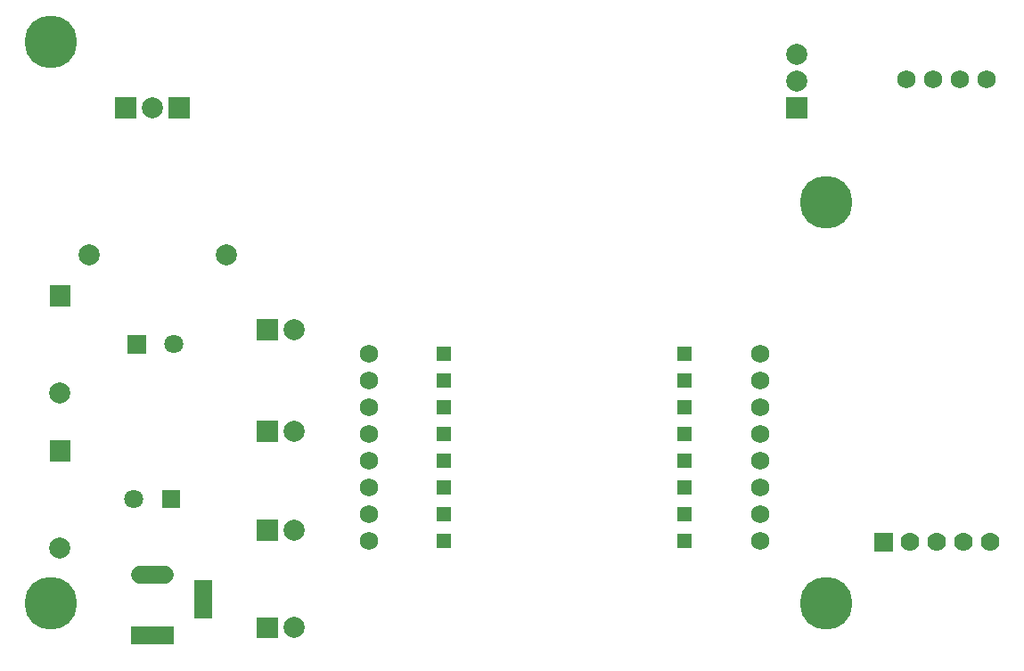
<source format=gbs>
G04 Layer: BottomSolderMaskLayer*
G04 EasyEDA v6.3.53, 2020-08-15T11:31:24+02:00*
G04 Gerber Generator version 0.2*
G04 Scale: 100 percent, Rotated: No, Reflected: No *
G04 Dimensions in millimeters *
G04 leading zeros omitted , absolute positions ,3 integer and 3 decimal *
%FSLAX33Y33*%
%MOMM*%
G90*
G71D02*

%ADD16C,4.999990*%
%ADD31C,1.703197*%
%ADD32C,2.003196*%
%ADD36C,1.727200*%
%ADD37C,1.778000*%
%ADD39R,1.803197X1.803197*%
%ADD40C,1.803197*%

%LPD*%
G54D31*
G01X13975Y10062D02*
G01X16275Y10062D01*
G54D16*
G01X5461Y7289D03*
G01X5461Y60629D03*
G01X79121Y7289D03*
G01X79121Y45389D03*
G54D32*
G01X28575Y14274D03*
G36*
G01X25034Y13274D02*
G01X25034Y15275D01*
G01X27035Y15275D01*
G01X27035Y13274D01*
G01X25034Y13274D01*
G37*
G01X28575Y5003D03*
G36*
G01X25034Y4003D02*
G01X25034Y6004D01*
G01X27035Y6004D01*
G01X27035Y4003D01*
G01X25034Y4003D01*
G37*
G01X28575Y23672D03*
G36*
G01X25034Y22672D02*
G01X25034Y24673D01*
G01X27035Y24673D01*
G01X27035Y22672D01*
G01X25034Y22672D01*
G37*
G01X28575Y33324D03*
G36*
G01X25034Y32324D02*
G01X25034Y34325D01*
G01X27035Y34325D01*
G01X27035Y32324D01*
G01X25034Y32324D01*
G37*
G36*
G01X13124Y3411D02*
G01X13124Y5115D01*
G01X17127Y5115D01*
G01X17127Y3411D01*
G01X13124Y3411D01*
G37*
G36*
G01X19075Y5882D02*
G01X19075Y9486D01*
G01X20777Y9486D01*
G01X20777Y5882D01*
G01X19075Y5882D01*
G37*
G54D36*
G01X35687Y31038D03*
G01X35687Y28498D03*
G01X35687Y25958D03*
G01X35687Y23418D03*
G01X35687Y20878D03*
G01X35687Y18338D03*
G01X35687Y15798D03*
G01X35687Y13258D03*
G01X72898Y13258D03*
G01X72898Y15798D03*
G01X72898Y18338D03*
G01X72898Y20878D03*
G01X72898Y23418D03*
G01X72898Y25958D03*
G01X72898Y28498D03*
G01X72898Y31038D03*
G01X86741Y57073D03*
G01X89281Y57073D03*
G01X91821Y57073D03*
G01X94361Y57073D03*
G54D32*
G01X6350Y27327D03*
G36*
G01X5349Y35526D02*
G01X5349Y37528D01*
G01X7350Y37528D01*
G01X7350Y35526D01*
G01X5349Y35526D01*
G37*
G36*
G01X5349Y20794D02*
G01X5349Y22796D01*
G01X7350Y22796D01*
G01X7350Y20794D01*
G01X5349Y20794D01*
G37*
G01X6350Y12595D03*
G54D37*
G01X94742Y13131D03*
G01X92202Y13131D03*
G01X89662Y13131D03*
G01X87122Y13131D03*
G36*
G01X83693Y12242D02*
G01X83693Y14020D01*
G01X85471Y14020D01*
G01X85471Y12242D01*
G01X83693Y12242D01*
G37*
G36*
G01X12715Y31026D02*
G01X12715Y32829D01*
G01X14518Y32829D01*
G01X14518Y31026D01*
G01X12715Y31026D01*
G37*
G54D40*
G01X17117Y31927D03*
G54D39*
G01X16863Y17195D03*
G54D40*
G01X13362Y17195D03*
G36*
G01X64957Y30337D02*
G01X64957Y31739D01*
G01X66360Y31739D01*
G01X66360Y30337D01*
G01X64957Y30337D01*
G37*
G36*
G01X64957Y27797D02*
G01X64957Y29199D01*
G01X66360Y29199D01*
G01X66360Y27797D01*
G01X64957Y27797D01*
G37*
G36*
G01X64957Y25257D02*
G01X64957Y26659D01*
G01X66360Y26659D01*
G01X66360Y25257D01*
G01X64957Y25257D01*
G37*
G36*
G01X64957Y22717D02*
G01X64957Y24119D01*
G01X66360Y24119D01*
G01X66360Y22717D01*
G01X64957Y22717D01*
G37*
G36*
G01X64957Y20177D02*
G01X64957Y21579D01*
G01X66360Y21579D01*
G01X66360Y20177D01*
G01X64957Y20177D01*
G37*
G36*
G01X64957Y17637D02*
G01X64957Y19039D01*
G01X66360Y19039D01*
G01X66360Y17637D01*
G01X64957Y17637D01*
G37*
G36*
G01X64957Y15097D02*
G01X64957Y16499D01*
G01X66360Y16499D01*
G01X66360Y15097D01*
G01X64957Y15097D01*
G37*
G36*
G01X64957Y12557D02*
G01X64957Y13959D01*
G01X66360Y13959D01*
G01X66360Y12557D01*
G01X64957Y12557D01*
G37*
G36*
G01X42097Y30337D02*
G01X42097Y31739D01*
G01X43500Y31739D01*
G01X43500Y30337D01*
G01X42097Y30337D01*
G37*
G36*
G01X42097Y27797D02*
G01X42097Y29199D01*
G01X43500Y29199D01*
G01X43500Y27797D01*
G01X42097Y27797D01*
G37*
G36*
G01X42097Y25257D02*
G01X42097Y26659D01*
G01X43500Y26659D01*
G01X43500Y25257D01*
G01X42097Y25257D01*
G37*
G36*
G01X42097Y22717D02*
G01X42097Y24119D01*
G01X43500Y24119D01*
G01X43500Y22717D01*
G01X42097Y22717D01*
G37*
G36*
G01X42097Y20177D02*
G01X42097Y21579D01*
G01X43500Y21579D01*
G01X43500Y20177D01*
G01X42097Y20177D01*
G37*
G36*
G01X42097Y17637D02*
G01X42097Y19039D01*
G01X43500Y19039D01*
G01X43500Y17637D01*
G01X42097Y17637D01*
G37*
G36*
G01X42097Y15097D02*
G01X42097Y16499D01*
G01X43500Y16499D01*
G01X43500Y15097D01*
G01X42097Y15097D01*
G37*
G36*
G01X42097Y12557D02*
G01X42097Y13959D01*
G01X43500Y13959D01*
G01X43500Y12557D01*
G01X42097Y12557D01*
G37*
G54D32*
G01X9120Y40436D03*
G01X22121Y40436D03*
G36*
G01X16652Y53406D02*
G01X16652Y55407D01*
G01X18653Y55407D01*
G01X18653Y53406D01*
G01X16652Y53406D01*
G37*
G01X15113Y54406D03*
G36*
G01X11572Y53406D02*
G01X11572Y55407D01*
G01X13573Y55407D01*
G01X13573Y53406D01*
G01X11572Y53406D01*
G37*
G01X76327Y59486D03*
G01X76327Y56946D03*
G36*
G01X75326Y53406D02*
G01X75326Y55407D01*
G01X77327Y55407D01*
G01X77327Y53406D01*
G01X75326Y53406D01*
G37*
M00*
M02*

</source>
